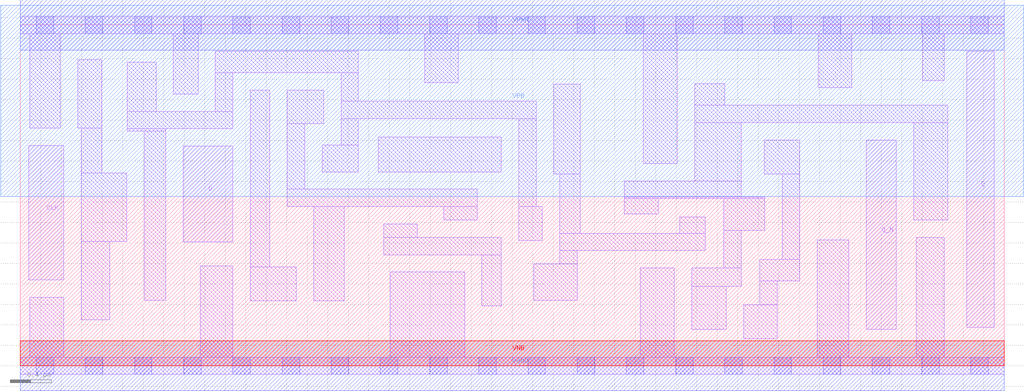
<source format=lef>
# Copyright 2020 The SkyWater PDK Authors
#
# Licensed under the Apache License, Version 2.0 (the "License");
# you may not use this file except in compliance with the License.
# You may obtain a copy of the License at
#
#     https://www.apache.org/licenses/LICENSE-2.0
#
# Unless required by applicable law or agreed to in writing, software
# distributed under the License is distributed on an "AS IS" BASIS,
# WITHOUT WARRANTIES OR CONDITIONS OF ANY KIND, either express or implied.
# See the License for the specific language governing permissions and
# limitations under the License.
#
# SPDX-License-Identifier: Apache-2.0

VERSION 5.7 ;
  NOWIREEXTENSIONATPIN ON ;
  DIVIDERCHAR "/" ;
  BUSBITCHARS "[]" ;
MACRO sky130_fd_sc_lp__dfxbp_1
  CLASS CORE ;
  FOREIGN sky130_fd_sc_lp__dfxbp_1 ;
  ORIGIN  0.000000  0.000000 ;
  SIZE  9.600000 BY  3.330000 ;
  SYMMETRY X Y R90 ;
  SITE unit ;
  PIN D
    ANTENNAGATEAREA  0.126000 ;
    DIRECTION INPUT ;
    USE SIGNAL ;
    PORT
      LAYER li1 ;
        RECT 1.590000 1.210000 2.075000 2.145000 ;
    END
  END D
  PIN Q
    ANTENNADIFFAREA  0.556500 ;
    DIRECTION OUTPUT ;
    USE SIGNAL ;
    PORT
      LAYER li1 ;
        RECT 9.235000 0.375000 9.505000 3.075000 ;
    END
  END Q
  PIN Q_N
    ANTENNADIFFAREA  0.556500 ;
    DIRECTION OUTPUT ;
    USE SIGNAL ;
    PORT
      LAYER li1 ;
        RECT 8.255000 0.355000 8.545000 2.205000 ;
    END
  END Q_N
  PIN CLK
    ANTENNAGATEAREA  0.159000 ;
    DIRECTION INPUT ;
    USE CLOCK ;
    PORT
      LAYER li1 ;
        RECT 0.085000 0.840000 0.425000 2.150000 ;
    END
  END CLK
  PIN VGND
    DIRECTION INOUT ;
    USE GROUND ;
    PORT
      LAYER met1 ;
        RECT 0.000000 -0.245000 9.600000 0.245000 ;
    END
  END VGND
  PIN VNB
    DIRECTION INOUT ;
    USE GROUND ;
    PORT
      LAYER pwell ;
        RECT 0.000000 0.000000 9.600000 0.245000 ;
    END
  END VNB
  PIN VPB
    DIRECTION INOUT ;
    USE POWER ;
    PORT
      LAYER nwell ;
        RECT -0.190000 1.655000 9.790000 3.520000 ;
    END
  END VPB
  PIN VPWR
    DIRECTION INOUT ;
    USE POWER ;
    PORT
      LAYER met1 ;
        RECT 0.000000 3.085000 9.600000 3.575000 ;
    END
  END VPWR
  OBS
    LAYER li1 ;
      RECT 0.000000 -0.085000 9.600000 0.085000 ;
      RECT 0.000000  3.245000 9.600000 3.415000 ;
      RECT 0.095000  0.085000 0.425000 0.670000 ;
      RECT 0.095000  2.320000 0.390000 3.245000 ;
      RECT 0.560000  2.320000 0.795000 2.990000 ;
      RECT 0.595000  0.450000 0.875000 1.215000 ;
      RECT 0.595000  1.215000 1.040000 1.885000 ;
      RECT 0.595000  1.885000 0.795000 2.320000 ;
      RECT 1.045000  2.295000 1.420000 2.315000 ;
      RECT 1.045000  2.315000 2.075000 2.485000 ;
      RECT 1.045000  2.485000 1.325000 2.965000 ;
      RECT 1.210000  0.640000 1.420000 2.295000 ;
      RECT 1.495000  2.655000 1.735000 3.245000 ;
      RECT 1.755000  0.085000 2.075000 0.975000 ;
      RECT 1.905000  2.485000 2.075000 2.865000 ;
      RECT 1.905000  2.865000 3.300000 3.075000 ;
      RECT 2.245000  0.635000 2.695000 0.965000 ;
      RECT 2.245000  0.965000 2.435000 2.695000 ;
      RECT 2.605000  1.555000 4.460000 1.725000 ;
      RECT 2.605000  1.725000 2.775000 2.365000 ;
      RECT 2.605000  2.365000 2.960000 2.695000 ;
      RECT 2.865000  0.635000 3.160000 1.555000 ;
      RECT 2.945000  1.895000 3.300000 2.155000 ;
      RECT 3.130000  2.155000 3.300000 2.415000 ;
      RECT 3.130000  2.415000 5.035000 2.585000 ;
      RECT 3.130000  2.585000 3.300000 2.865000 ;
      RECT 3.495000  1.895000 4.695000 2.235000 ;
      RECT 3.545000  1.085000 4.695000 1.255000 ;
      RECT 3.545000  1.255000 3.875000 1.385000 ;
      RECT 3.610000  0.085000 4.335000 0.915000 ;
      RECT 3.945000  2.765000 4.275000 3.245000 ;
      RECT 4.130000  1.425000 4.460000 1.555000 ;
      RECT 4.505000  0.585000 4.695000 1.085000 ;
      RECT 4.865000  1.225000 5.095000 1.555000 ;
      RECT 4.865000  1.555000 5.035000 2.415000 ;
      RECT 5.010000  0.640000 5.435000 0.995000 ;
      RECT 5.205000  1.875000 5.465000 2.750000 ;
      RECT 5.265000  0.995000 5.435000 1.125000 ;
      RECT 5.265000  1.125000 6.685000 1.295000 ;
      RECT 5.265000  1.295000 5.465000 1.875000 ;
      RECT 5.895000  1.485000 6.225000 1.635000 ;
      RECT 5.895000  1.635000 7.265000 1.650000 ;
      RECT 5.895000  1.650000 7.035000 1.805000 ;
      RECT 6.050000  0.085000 6.380000 0.955000 ;
      RECT 6.080000  1.975000 6.410000 3.245000 ;
      RECT 6.435000  1.295000 6.685000 1.455000 ;
      RECT 6.550000  0.355000 6.890000 0.775000 ;
      RECT 6.550000  0.775000 7.035000 0.955000 ;
      RECT 6.580000  1.805000 7.035000 2.375000 ;
      RECT 6.580000  2.375000 9.050000 2.545000 ;
      RECT 6.580000  2.545000 6.875000 2.755000 ;
      RECT 6.865000  0.955000 7.035000 1.320000 ;
      RECT 6.865000  1.320000 7.265000 1.635000 ;
      RECT 7.060000  0.265000 7.385000 0.595000 ;
      RECT 7.215000  0.595000 7.385000 0.830000 ;
      RECT 7.215000  0.830000 7.605000 1.040000 ;
      RECT 7.260000  1.875000 7.605000 2.205000 ;
      RECT 7.435000  1.040000 7.605000 1.875000 ;
      RECT 7.775000  0.085000 8.085000 1.230000 ;
      RECT 7.785000  2.715000 8.115000 3.245000 ;
      RECT 8.720000  1.425000 9.050000 2.375000 ;
      RECT 8.745000  0.085000 9.015000 1.255000 ;
      RECT 8.805000  2.785000 9.015000 3.245000 ;
    LAYER mcon ;
      RECT 0.155000 -0.085000 0.325000 0.085000 ;
      RECT 0.155000  3.245000 0.325000 3.415000 ;
      RECT 0.635000 -0.085000 0.805000 0.085000 ;
      RECT 0.635000  3.245000 0.805000 3.415000 ;
      RECT 1.115000 -0.085000 1.285000 0.085000 ;
      RECT 1.115000  3.245000 1.285000 3.415000 ;
      RECT 1.595000 -0.085000 1.765000 0.085000 ;
      RECT 1.595000  3.245000 1.765000 3.415000 ;
      RECT 2.075000 -0.085000 2.245000 0.085000 ;
      RECT 2.075000  3.245000 2.245000 3.415000 ;
      RECT 2.555000 -0.085000 2.725000 0.085000 ;
      RECT 2.555000  3.245000 2.725000 3.415000 ;
      RECT 3.035000 -0.085000 3.205000 0.085000 ;
      RECT 3.035000  3.245000 3.205000 3.415000 ;
      RECT 3.515000 -0.085000 3.685000 0.085000 ;
      RECT 3.515000  3.245000 3.685000 3.415000 ;
      RECT 3.995000 -0.085000 4.165000 0.085000 ;
      RECT 3.995000  3.245000 4.165000 3.415000 ;
      RECT 4.475000 -0.085000 4.645000 0.085000 ;
      RECT 4.475000  3.245000 4.645000 3.415000 ;
      RECT 4.955000 -0.085000 5.125000 0.085000 ;
      RECT 4.955000  3.245000 5.125000 3.415000 ;
      RECT 5.435000 -0.085000 5.605000 0.085000 ;
      RECT 5.435000  3.245000 5.605000 3.415000 ;
      RECT 5.915000 -0.085000 6.085000 0.085000 ;
      RECT 5.915000  3.245000 6.085000 3.415000 ;
      RECT 6.395000 -0.085000 6.565000 0.085000 ;
      RECT 6.395000  3.245000 6.565000 3.415000 ;
      RECT 6.875000 -0.085000 7.045000 0.085000 ;
      RECT 6.875000  3.245000 7.045000 3.415000 ;
      RECT 7.355000 -0.085000 7.525000 0.085000 ;
      RECT 7.355000  3.245000 7.525000 3.415000 ;
      RECT 7.835000 -0.085000 8.005000 0.085000 ;
      RECT 7.835000  3.245000 8.005000 3.415000 ;
      RECT 8.315000 -0.085000 8.485000 0.085000 ;
      RECT 8.315000  3.245000 8.485000 3.415000 ;
      RECT 8.795000 -0.085000 8.965000 0.085000 ;
      RECT 8.795000  3.245000 8.965000 3.415000 ;
      RECT 9.275000 -0.085000 9.445000 0.085000 ;
      RECT 9.275000  3.245000 9.445000 3.415000 ;
  END
END sky130_fd_sc_lp__dfxbp_1
END LIBRARY

</source>
